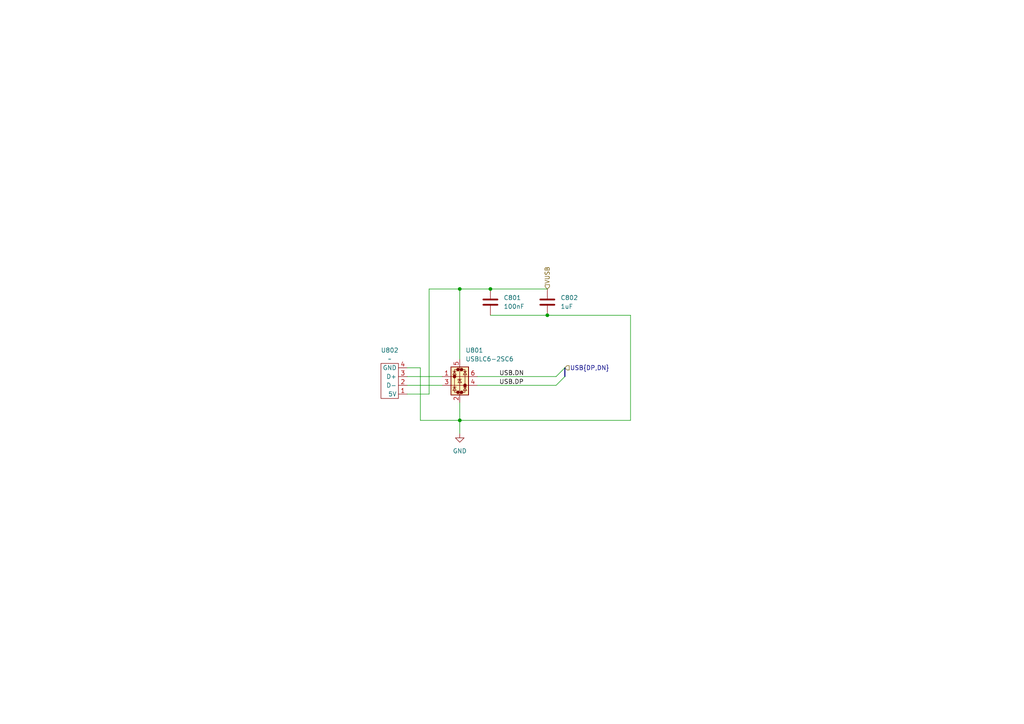
<source format=kicad_sch>
(kicad_sch (version 20231120) (generator "eeschema") (generator_version "8.0")
  (paper "A4")
  (lib_symbols
    (symbol "Device:C" (pin_numbers hide) (pin_names (offset 0.254))
      (property "Reference" "C" (at 0.635 2.54 0))
      (property "Value" "C" (at 0.635 -2.54 0))
      (symbol "C_0_1"
        (polyline (pts (xy -2.032 -0.762) (xy 2.032 -0.762)) (stroke (width 0.508)))
        (polyline (pts (xy -2.032 0.762) (xy 2.032 0.762)) (stroke (width 0.508)))
      )
      (symbol "C_1_1"
        (pin passive line (at 0 3.81 270) (length 2.794) (name "~") (number "1"))
        (pin passive line (at 0 -3.81 90) (length 2.794) (name "~") (number "2"))
      )
    )
    (symbol "Power_Protection:USBLC6-2SC6" (pin_names hide)
      (property "Reference" "U" (at 0.635 5.715 0))
      (property "Value" "USBLC6-2SC6" (at 0.635 3.81 0))
      (symbol "USBLC6-2SC6_0_0"
        (circle (center -1.524 0) (radius 0.0001) (stroke (width 0.508)))
        (circle (center -0.508 -4.572) (radius 0.0001) (stroke (width 0.508)))
        (circle (center -0.508 2.032) (radius 0.0001) (stroke (width 0.508)))
        (circle (center 0.508 -4.572) (radius 0.0001) (stroke (width 0.508)))
        (circle (center 0.508 2.032) (radius 0.0001) (stroke (width 0.508)))
        (circle (center 1.524 -2.54) (radius 0.0001) (stroke (width 0.508)))
      )
      (symbol "USBLC6-2SC6_0_1"
        (polyline (pts (xy -2.54 -2.54) (xy 2.54 -2.54)))
        (polyline (pts (xy -2.54 0) (xy 2.54 0)))
        (polyline (pts (xy -2.032 -3.048) (xy -1.016 -3.048)))
        (polyline (pts (xy -1.016 1.524) (xy -2.032 1.524)))
        (polyline (pts (xy 1.016 -3.048) (xy 2.032 -3.048)))
        (polyline (pts (xy 1.016 1.524) (xy 2.032 1.524)))
        (polyline (pts (xy -0.508 -1.143) (xy -0.508 -0.762) (xy 0.508 -0.762)))
        (polyline (pts (xy -2.032 0.508) (xy -1.016 0.508) (xy -1.524 1.524) (xy -2.032 0.508)))
        (polyline (pts (xy -1.016 -4.064) (xy -2.032 -4.064) (xy -1.524 -3.048) (xy -1.016 -4.064)))
        (polyline (pts (xy 0.508 -1.778) (xy -0.508 -1.778) (xy 0 -0.762) (xy 0.508 -1.778)))
        (polyline (pts (xy 2.032 -4.064) (xy 1.016 -4.064) (xy 1.524 -3.048) (xy 2.032 -4.064)))
        (polyline (pts (xy 2.032 0.508) (xy 1.016 0.508) (xy 1.524 1.524) (xy 2.032 0.508)))
        (polyline (pts (xy 0 2.54) (xy -0.508 2.032) (xy 0.508 2.032) (xy 0 1.524) (xy 0 -4.064) (xy -0.508 -4.572) (xy 0.508 -4.572) (xy 0 -5.08)))
      )
      (symbol "USBLC6-2SC6_1_1"
        (rectangle (start -2.54 2.794) (end 2.54 -5.334) (stroke (width 0.254)) (fill (type background)))
        (polyline (pts (xy -0.508 2.032) (xy -1.524 2.032) (xy -1.524 -4.572) (xy -0.508 -4.572)))
        (polyline (pts (xy 0.508 -4.572) (xy 1.524 -4.572) (xy 1.524 2.032) (xy 0.508 2.032)))
        (pin passive line (at -5.08 0 0) (length 2.54) (name "I/O1") (number "1"))
        (pin passive line (at 0 -7.62 90) (length 2.54) (name "GND") (number "2"))
        (pin passive line (at -5.08 -2.54 0) (length 2.54) (name "I/O2") (number "3"))
        (pin passive line (at 5.08 -2.54 180) (length 2.54) (name "I/O2") (number "4"))
        (pin passive line (at 0 5.08 270) (length 2.54) (name "VBUS") (number "5"))
        (pin passive line (at 5.08 0 180) (length 2.54) (name "I/O1") (number "6"))
      )
    )
    (symbol "easyeda2kicad:USB_PCB"
      (property "Reference" "U" (at 0 4.064 0))
      (symbol "USB_PCB_0_1"
        (rectangle (start -2.54 2.54) (end 2.54 -7.62))
      )
      (symbol "USB_PCB_1_1"
        (pin power_out line (at -5.08 1.27 0) (length 2.54) (name "5V") (number "1"))
        (pin bidirectional line (at -5.08 -1.27 0) (length 2.54) (name "D-") (number "2"))
        (pin bidirectional line (at -5.08 -3.81 0) (length 2.54) (name "D+") (number "3"))
        (pin power_out line (at -5.08 -6.35 0) (length 2.54) (name "GND") (number "4"))
      )
    )
    (symbol "power:GND" (power) (pin_numbers hide) (pin_names (offset 0) hide)
      (property "Value" "GND" (at 0 -3.81 0))
      (symbol "GND_0_1"
        (polyline (pts (xy 0 0) (xy 0 -1.27) (xy 1.27 -1.27) (xy 0 -2.54) (xy -1.27 -1.27) (xy 0 -1.27)))
      )
      (symbol "GND_1_1"
        (pin power_in line (at 0 0 270) (length 0) (name "~") (number "1"))
      )
    )
  )
  (junction (at 133.35 121.92))
  (junction (at 133.35 83.82))
  (junction (at 158.75 91.44))
  (junction (at 142.24 83.82))
  (bus_entry (at 163.83 106.68) (size -2.54 2.54))
  (bus_entry (at 163.83 109.22) (size -2.54 2.54))
  (wire (pts (xy 133.35 83.82) (xy 142.24 83.82)))
  (wire (pts (xy 133.35 121.92) (xy 133.35 125.73)))
  (wire (pts (xy 138.43 111.76) (xy 161.29 111.76)))
  (wire (pts (xy 124.46 114.3) (xy 124.46 83.82)))
  (wire (pts (xy 118.11 106.68) (xy 121.92 106.68)))
  (wire (pts (xy 121.92 106.68) (xy 121.92 121.92)))
  (wire (pts (xy 124.46 83.82) (xy 133.35 83.82)))
  (wire (pts (xy 138.43 109.22) (xy 161.29 109.22)))
  (wire (pts (xy 121.92 121.92) (xy 133.35 121.92)))
  (wire (pts (xy 133.35 116.84) (xy 133.35 121.92)))
  (wire (pts (xy 118.11 109.22) (xy 128.27 109.22)))
  (wire (pts (xy 133.35 83.82) (xy 133.35 104.14)))
  (wire (pts (xy 142.24 83.82) (xy 158.75 83.82)))
  (wire (pts (xy 182.88 121.92) (xy 182.88 91.44)))
  (wire (pts (xy 118.11 111.76) (xy 128.27 111.76)))
  (bus (pts (xy 163.83 106.68) (xy 163.83 109.22)))
  (wire (pts (xy 133.35 121.92) (xy 182.88 121.92)))
  (wire (pts (xy 158.75 91.44) (xy 182.88 91.44)))
  (wire (pts (xy 118.11 114.3) (xy 124.46 114.3)))
  (wire (pts (xy 142.24 91.44) (xy 158.75 91.44)))
  (label "USB.DP" (at 144.78 111.76 0))
  (label "USB.DN" (at 144.78 109.22 0))
  (hierarchical_label "USB{DP,DN}" (shape input) (at 163.83 106.68 0))
  (hierarchical_label "VUSB" (shape input) (at 158.75 83.82 90))
  (symbol (lib_id "Power_Protection:USBLC6-2SC6") (at 133.35 109.22 0) (unit 1)
    (property "Reference" "U801" (at 135.0011 101.6 0) (effects (justify left)))
    (property "Value" "USBLC6-2SC6" (at 135.0011 104.14 0) (effects (justify left)))
    (property "Footprint" "Package_TO_SOT_SMD:SOT-23-6" (effects (hide yes)))
    (property "Datasheet" "https://www.st.com/resource/en/datasheet/usblc6-2.pdf" (effects (hide yes)))
    (property "Description" "Very low capacitance ESD protection diode, 2 data-line, SOT-23-6" (effects (hide yes)))
  )
  (symbol (lib_id "Device:C") (at 158.75 87.63 0) (unit 1)
    (property "Reference" "C802" (at 162.56 86.3599 0) (effects (justify left)))
    (property "Value" "1uF" (at 162.56 88.8999 0) (effects (justify left)))
    (property "Footprint" "Capacitor_SMD:C_0603_1608Metric" (effects (hide yes)))
    (property "Description" "Unpolarized capacitor" (effects (hide yes)))
  )
  (symbol (lib_id "power:GND") (at 133.35 125.73 0) (unit 1)
    (property "Reference" "#PWR0802" (effects (hide yes)))
    (property "Value" "GND" (at 133.35 130.81 0))
    (property "Description" "Power symbol creates a global label with name \"GND\" , ground" (effects (hide yes)))
  )
  (symbol (lib_id "Device:C") (at 142.24 87.63 0) (unit 1)
    (property "Reference" "C801" (at 146.05 86.3599 0) (effects (justify left)))
    (property "Value" "100nF" (at 146.05 88.8999 0) (effects (justify left)))
    (property "Footprint" "Capacitor_SMD:C_0603_1608Metric" (effects (hide yes)))
    (property "Description" "Unpolarized capacitor" (effects (hide yes)))
  )
  (symbol (lib_id "easyeda2kicad:USB_PCB") (at 113.03 113.03 180) (unit 1)
    (property "Reference" "U802" (at 113.03 101.6 0))
    (property "Value" "~" (at 113.03 104.14 0))
    (property "Footprint" "easyeda2kicad:usb-PCB" (effects (hide yes)))
  )
)
</source>
